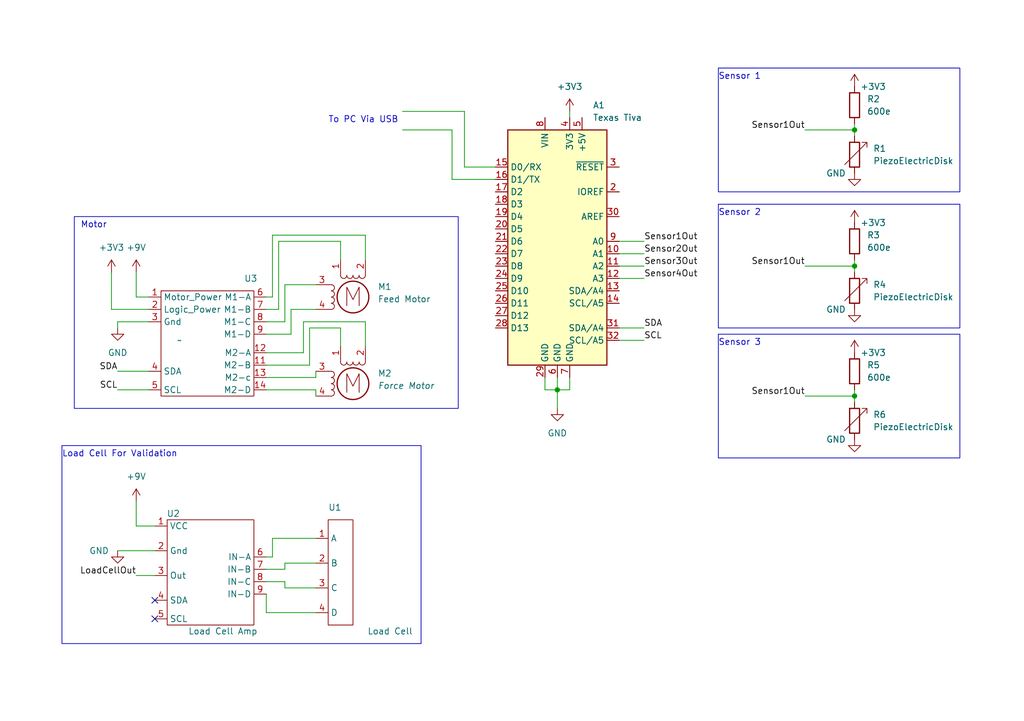
<source format=kicad_sch>
(kicad_sch (version 20230121) (generator eeschema)
  (paper "A5")
  (title_block (title "Test Setup") (company "Carnegie Mellon University") (comment 1 "Medical Robotics") (comment 2 "16879-A - Fall 2023") (comment 3 "Team B - ajinkyak, rithikan, abapat") (comment 4 "Multi-axial Soft Sensing for Force-Controlled Cardiac Ablation Catheters"))
  (lib_symbols
    (symbol "Device:R" (pin_numbers hide) (pin_names (offset 0))
      (property "Reference" "R" (at 2.032 0 90))
      (property "Value" "R" (at 0 0 90))
      (symbol "R_0_1"
        (rectangle (start -1.016 -2.54) (end 1.016 2.54) (stroke (width 0.254)))
      )
      (symbol "R_1_1"
        (pin passive line (at 0 3.81 270) (length 1.27) (name "~") (number "1"))
        (pin passive line (at 0 -3.81 90) (length 1.27) (name "~") (number "2"))
      )
    )
    (symbol "Device:R_Variable" (pin_numbers hide) (pin_names (offset 0))
      (property "Reference" "R" (at 2.54 -2.54 90))
      (property "Value" "R_Variable" (at -2.54 -1.27 90))
      (symbol "R_Variable_0_1"
        (rectangle (start -1.016 -2.54) (end 1.016 2.54) (stroke (width 0.254)))
        (polyline (pts (xy 2.54 1.524) (xy 2.54 2.54) (xy 1.524 2.54) (xy 2.54 2.54) (xy -2.032 -2.032)))
      )
      (symbol "R_Variable_1_1"
        (pin passive line (at 0 3.81 270) (length 1.27) (name "~") (number "1"))
        (pin passive line (at 0 -3.81 90) (length 1.27) (name "~") (number "2"))
      )
    )
    (symbol "MCU_Module:Arduino_UNO_R3"
      (property "Reference" "A" (at -10.16 23.495 0))
      (property "Value" "Arduino_UNO_R3" (at 5.08 -26.67 0))
      (symbol "Arduino_UNO_R3_0_1"
        (rectangle (start -10.16 22.86) (end 10.16 -25.4) (stroke (width 0.254)) (fill (type background)))
      )
      (symbol "Arduino_UNO_R3_1_1"
        (pin no_connect line (at -10.16 -20.32 0) (length 2.54) hide (name "NC") (number "1"))
        (pin bidirectional line (at 12.7 -2.54 180) (length 2.54) (name "A1") (number "10"))
        (pin bidirectional line (at 12.7 -5.08 180) (length 2.54) (name "A2") (number "11"))
        (pin bidirectional line (at 12.7 -7.62 180) (length 2.54) (name "A3") (number "12"))
        (pin bidirectional line (at 12.7 -10.16 180) (length 2.54) (name "SDA/A4") (number "13"))
        (pin bidirectional line (at 12.7 -12.7 180) (length 2.54) (name "SCL/A5") (number "14"))
        (pin bidirectional line (at -12.7 15.24 0) (length 2.54) (name "D0/RX") (number "15"))
        (pin bidirectional line (at -12.7 12.7 0) (length 2.54) (name "D1/TX") (number "16"))
        (pin bidirectional line (at -12.7 10.16 0) (length 2.54) (name "D2") (number "17"))
        (pin bidirectional line (at -12.7 7.62 0) (length 2.54) (name "D3") (number "18"))
        (pin bidirectional line (at -12.7 5.08 0) (length 2.54) (name "D4") (number "19"))
        (pin output line (at 12.7 10.16 180) (length 2.54) (name "IOREF") (number "2"))
        (pin bidirectional line (at -12.7 2.54 0) (length 2.54) (name "D5") (number "20"))
        (pin bidirectional line (at -12.7 0 0) (length 2.54) (name "D6") (number "21"))
        (pin bidirectional line (at -12.7 -2.54 0) (length 2.54) (name "D7") (number "22"))
        (pin bidirectional line (at -12.7 -5.08 0) (length 2.54) (name "D8") (number "23"))
        (pin bidirectional line (at -12.7 -7.62 0) (length 2.54) (name "D9") (number "24"))
        (pin bidirectional line (at -12.7 -10.16 0) (length 2.54) (name "D10") (number "25"))
        (pin bidirectional line (at -12.7 -12.7 0) (length 2.54) (name "D11") (number "26"))
        (pin bidirectional line (at -12.7 -15.24 0) (length 2.54) (name "D12") (number "27"))
        (pin bidirectional line (at -12.7 -17.78 0) (length 2.54) (name "D13") (number "28"))
        (pin power_in line (at -2.54 -27.94 90) (length 2.54) (name "GND") (number "29"))
        (pin input line (at 12.7 15.24 180) (length 2.54) (name "~{RESET}") (number "3"))
        (pin input line (at 12.7 5.08 180) (length 2.54) (name "AREF") (number "30"))
        (pin bidirectional line (at 12.7 -17.78 180) (length 2.54) (name "SDA/A4") (number "31"))
        (pin bidirectional line (at 12.7 -20.32 180) (length 2.54) (name "SCL/A5") (number "32"))
        (pin power_out line (at 2.54 25.4 270) (length 2.54) (name "3V3") (number "4"))
        (pin power_out line (at 5.08 25.4 270) (length 2.54) (name "+5V") (number "5"))
        (pin power_in line (at 0 -27.94 90) (length 2.54) (name "GND") (number "6"))
        (pin power_in line (at 2.54 -27.94 90) (length 2.54) (name "GND") (number "7"))
        (pin power_in line (at -2.54 25.4 270) (length 2.54) (name "VIN") (number "8"))
        (pin bidirectional line (at 12.7 0 180) (length 2.54) (name "A0") (number "9"))
      )
    )
    (symbol "Motor:Stepper_Motor_bipolar" (pin_names (offset 0) hide)
      (property "Reference" "M" (at 3.81 2.54 0))
      (property "Value" "Stepper_Motor_bipolar" (at 3.81 1.27 0))
      (symbol "Stepper_Motor_bipolar_0_0"
        (polyline (pts (xy -1.27 -1.778) (xy -1.27 2.032) (xy 0 -0.508) (xy 1.27 2.032) (xy 1.27 -1.778)))
      )
      (symbol "Stepper_Motor_bipolar_0_1"
        (arc (start -4.445 -2.54) (mid -3.8127 -1.905) (end -4.445 -1.27))
        (arc (start -4.445 -1.27) (mid -3.8127 -0.635) (end -4.445 0))
        (arc (start -4.445 0) (mid -3.8127 0.635) (end -4.445 1.27))
        (arc (start -4.445 1.27) (mid -3.8127 1.905) (end -4.445 2.54))
        (arc (start -2.54 4.445) (mid -1.905 3.8127) (end -1.27 4.445))
        (arc (start -1.27 4.445) (mid -0.635 3.8127) (end 0 4.445))
        (polyline (pts (xy -5.08 -2.54) (xy -4.445 -2.54)))
        (polyline (pts (xy -5.08 2.54) (xy -4.445 2.54)))
        (polyline (pts (xy -2.54 5.08) (xy -2.54 4.445)))
        (polyline (pts (xy 2.54 5.08) (xy 2.54 4.445)))
        (circle (center 0 0) (radius 3.2512) (stroke (width 0.254)))
        (arc (start 0 4.445) (mid 0.635 3.8127) (end 1.27 4.445))
        (arc (start 1.27 4.445) (mid 1.905 3.8127) (end 2.54 4.445))
      )
      (symbol "Stepper_Motor_bipolar_1_1"
        (pin passive line (at -2.54 7.62 270) (length 2.54) (name "~") (number "1"))
        (pin passive line (at 2.54 7.62 270) (length 2.54) (name "-") (number "2"))
        (pin passive line (at -7.62 2.54 0) (length 2.54) (name "~") (number "3"))
        (pin passive line (at -7.62 -2.54 0) (length 2.54) (name "~") (number "4"))
      )
    )
    (symbol "power:+3V3" (power) (pin_names (offset 0))
      (property "Value" "+3V3" (at 0 3.556 0))
      (symbol "+3V3_0_1"
        (polyline (pts (xy -0.762 1.27) (xy 0 2.54)))
        (polyline (pts (xy 0 0) (xy 0 2.54)))
        (polyline (pts (xy 0 2.54) (xy 0.762 1.27)))
      )
      (symbol "+3V3_1_1"
        (pin power_in line (at 0 0 90) (length 0) hide (name "+3V3") (number "1"))
      )
    )
    (symbol "power:+9V" (power) (pin_names (offset 0))
      (property "Value" "+9V" (at 0 3.556 0))
      (symbol "+9V_0_1"
        (polyline (pts (xy -0.762 1.27) (xy 0 2.54)))
        (polyline (pts (xy 0 0) (xy 0 2.54)))
        (polyline (pts (xy 0 2.54) (xy 0.762 1.27)))
      )
      (symbol "+9V_1_1"
        (pin power_in line (at 0 0 90) (length 0) hide (name "+9V") (number "1"))
      )
    )
    (symbol "power:GND" (power) (pin_names (offset 0))
      (property "Value" "GND" (at 0 -3.81 0))
      (symbol "GND_0_1"
        (polyline (pts (xy 0 0) (xy 0 -1.27) (xy 1.27 -1.27) (xy 0 -2.54) (xy -1.27 -1.27) (xy 0 -1.27)))
      )
      (symbol "GND_1_1"
        (pin power_in line (at 0 0 270) (length 0) hide (name "GND") (number "1"))
      )
    )
    (symbol "surgical:Adafruit-MotorShield"
      (property "Reference" "U3" (at 0.635 13.97 0))
      (property "Value" "~" (at -13.97 1.27 0))
      (symbol "Adafruit-MotorShield_0_1"
        (rectangle (start -17.78 11.43) (end 1.27 -10.16))
      )
      (symbol "Adafruit-MotorShield_1_1"
        (pin input line (at -20.32 10.16 0) (length 2.54) (name "Motor_Power") (number "1"))
        (pin input line (at 3.81 -3.81 180) (length 2.54) (name "M2-B") (number "11"))
        (pin input line (at 3.81 -1.27 180) (length 2.54) (name "M2-A") (number "12"))
        (pin input line (at 3.81 -6.35 180) (length 2.54) (name "M2-c") (number "13"))
        (pin input line (at 3.81 -8.89 180) (length 2.54) (name "M2-D") (number "14"))
        (pin input line (at -20.32 7.62 0) (length 2.54) (name "Logic_Power") (number "2"))
        (pin input line (at -20.32 5.08 0) (length 2.54) (name "Gnd") (number "3"))
        (pin input line (at -20.32 -5.08 0) (length 2.54) (name "SDA") (number "4"))
        (pin input line (at -20.32 -8.89 0) (length 2.54) (name "SCL") (number "5"))
        (pin input line (at 3.81 10.16 180) (length 2.54) (name "M1-A") (number "6"))
        (pin input line (at 3.81 7.62 180) (length 2.54) (name "M1-B") (number "7"))
        (pin input line (at 3.81 5.08 180) (length 2.54) (name "M1-C") (number "8"))
        (pin input line (at 3.81 2.54 180) (length 2.54) (name "M1-D") (number "9"))
      )
    )
    (symbol "surgical:Load_Cell"
      (property "Reference" "U1" (at -8.89 13.97 0))
      (property "Value" "Load Cell" (at 3.81 -11.43 0))
      (symbol "Load_Cell_0_1"
        (rectangle (start -8.89 11.43) (end -3.81 -10.16))
      )
      (symbol "Load_Cell_1_1"
        (pin input line (at -11.43 7.62 0) (length 2.54) (name "A") (number "1"))
        (pin input line (at -11.43 2.54 0) (length 2.54) (name "B") (number "2"))
        (pin input line (at -11.43 -2.54 0) (length 2.54) (name "C") (number "3"))
        (pin input line (at -11.43 -7.62 0) (length 2.54) (name "D") (number "4"))
      )
    )
    (symbol "surgical:Load_Cell_Amp"
      (property "Reference" "U2" (at 0.635 13.97 0))
      (property "Value" "~" (at 8.89 0 0))
      (symbol "Load_Cell_Amp_0_1"
        (rectangle (start -8.89 11.43) (end 8.89 -10.16))
      )
      (symbol "Load_Cell_Amp_1_1"
        (pin input line (at -11.43 10.16 0) (length 2.54) (name "VCC") (number "1"))
        (pin input line (at -11.43 5.08 0) (length 2.54) (name "Gnd") (number "2"))
        (pin input line (at -11.43 0 0) (length 2.54) (name "Out") (number "3"))
        (pin input line (at -11.43 -5.08 0) (length 2.54) (name "SDA") (number "4"))
        (pin input line (at -11.43 -8.89 0) (length 2.54) (name "SCL") (number "5"))
        (pin input line (at 11.43 3.81 180) (length 2.54) (name "IN-A") (number "6"))
        (pin input line (at 11.43 1.27 180) (length 2.54) (name "IN-B") (number "7"))
        (pin input line (at 11.43 -1.27 180) (length 2.54) (name "IN-C") (number "8"))
        (pin input line (at 11.43 -3.81 180) (length 2.54) (name "IN-D") (number "9"))
      )
    )
  )
  (junction (at 175.26 54.61))
  (junction (at 175.26 81.28))
  (junction (at 114.3 80.01))
  (junction (at 175.26 26.67))
  (no_connect (at 31.75 127))
  (no_connect (at 31.75 123.19))
  (wire (pts (xy 58.42 119.38) (xy 58.42 120.65)))
  (wire (pts (xy 24.13 66.04) (xy 30.48 66.04)))
  (wire (pts (xy 59.69 68.58) (xy 59.69 63.5)))
  (wire (pts (xy 165.1 54.61) (xy 175.26 54.61)))
  (wire (pts (xy 58.42 58.42) (xy 64.77 58.42)))
  (wire (pts (xy 165.1 81.28) (xy 175.26 81.28)))
  (wire (pts (xy 54.61 121.92) (xy 54.61 125.73)))
  (wire (pts (xy 111.76 80.01) (xy 111.76 77.47)))
  (wire (pts (xy 55.88 110.49) (xy 64.77 110.49)))
  (wire (pts (xy 101.6 36.83) (xy 92.71 36.83)))
  (wire (pts (xy 175.26 54.61) (xy 175.26 55.88)))
  (wire (pts (xy 127 67.31) (xy 132.08 67.31)))
  (wire (pts (xy 54.61 77.47) (xy 64.77 77.47)))
  (wire (pts (xy 82.55 22.86) (xy 95.25 22.86)))
  (wire (pts (xy 54.61 66.04) (xy 58.42 66.04)))
  (wire (pts (xy 24.13 76.2) (xy 30.48 76.2)))
  (wire (pts (xy 95.25 34.29) (xy 95.25 22.86)))
  (wire (pts (xy 69.85 67.31) (xy 69.85 71.12)))
  (wire (pts (xy 54.61 68.58) (xy 59.69 68.58)))
  (wire (pts (xy 54.61 72.39) (xy 62.23 72.39)))
  (wire (pts (xy 127 54.61) (xy 132.08 54.61)))
  (wire (pts (xy 54.61 114.3) (xy 55.88 114.3)))
  (wire (pts (xy 54.61 63.5) (xy 57.15 63.5)))
  (wire (pts (xy 58.42 115.57) (xy 64.77 115.57)))
  (wire (pts (xy 31.75 113.03) (xy 24.13 113.03)))
  (wire (pts (xy 57.15 49.53) (xy 69.85 49.53)))
  (wire (pts (xy 114.3 80.01) (xy 114.3 83.82)))
  (wire (pts (xy 62.23 72.39) (xy 62.23 66.04)))
  (wire (pts (xy 58.42 120.65) (xy 64.77 120.65)))
  (wire (pts (xy 114.3 77.47) (xy 114.3 80.01)))
  (wire (pts (xy 27.94 118.11) (xy 31.75 118.11)))
  (wire (pts (xy 175.26 81.28) (xy 175.26 82.55)))
  (wire (pts (xy 116.84 22.86) (xy 116.84 24.13)))
  (wire (pts (xy 114.3 80.01) (xy 111.76 80.01)))
  (wire (pts (xy 127 52.07) (xy 132.08 52.07)))
  (wire (pts (xy 74.93 66.04) (xy 74.93 71.12)))
  (wire (pts (xy 31.75 107.95) (xy 27.94 107.95)))
  (wire (pts (xy 116.84 77.47) (xy 116.84 80.01)))
  (wire (pts (xy 127 57.15) (xy 132.08 57.15)))
  (wire (pts (xy 27.94 102.87) (xy 27.94 107.95)))
  (wire (pts (xy 63.5 74.93) (xy 63.5 67.31)))
  (wire (pts (xy 24.13 67.31) (xy 24.13 66.04)))
  (wire (pts (xy 63.5 67.31) (xy 69.85 67.31)))
  (wire (pts (xy 82.55 26.67) (xy 92.71 26.67)))
  (wire (pts (xy 58.42 66.04) (xy 58.42 58.42)))
  (wire (pts (xy 127 69.85) (xy 132.08 69.85)))
  (wire (pts (xy 101.6 34.29) (xy 95.25 34.29)))
  (wire (pts (xy 116.84 80.01) (xy 114.3 80.01)))
  (wire (pts (xy 74.93 48.26) (xy 74.93 53.34)))
  (wire (pts (xy 175.26 80.01) (xy 175.26 81.28)))
  (wire (pts (xy 24.13 80.01) (xy 30.48 80.01)))
  (wire (pts (xy 54.61 74.93) (xy 63.5 74.93)))
  (wire (pts (xy 30.48 63.5) (xy 22.86 63.5)))
  (wire (pts (xy 54.61 125.73) (xy 64.77 125.73)))
  (wire (pts (xy 55.88 60.96) (xy 55.88 48.26)))
  (wire (pts (xy 165.1 26.67) (xy 175.26 26.67)))
  (wire (pts (xy 58.42 116.84) (xy 58.42 115.57)))
  (wire (pts (xy 22.86 63.5) (xy 22.86 55.88)))
  (wire (pts (xy 62.23 66.04) (xy 74.93 66.04)))
  (wire (pts (xy 54.61 80.01) (xy 64.77 80.01)))
  (wire (pts (xy 175.26 26.67) (xy 175.26 27.94)))
  (wire (pts (xy 127 49.53) (xy 132.08 49.53)))
  (wire (pts (xy 92.71 36.83) (xy 92.71 26.67)))
  (wire (pts (xy 175.26 53.34) (xy 175.26 54.61)))
  (wire (pts (xy 27.94 55.88) (xy 27.94 60.96)))
  (wire (pts (xy 54.61 119.38) (xy 58.42 119.38)))
  (wire (pts (xy 175.26 25.4) (xy 175.26 26.67)))
  (wire (pts (xy 27.94 60.96) (xy 30.48 60.96)))
  (wire (pts (xy 55.88 48.26) (xy 74.93 48.26)))
  (wire (pts (xy 57.15 63.5) (xy 57.15 49.53)))
  (wire (pts (xy 54.61 60.96) (xy 55.88 60.96)))
  (wire (pts (xy 55.88 114.3) (xy 55.88 110.49)))
  (wire (pts (xy 59.69 63.5) (xy 64.77 63.5)))
  (wire (pts (xy 54.61 116.84) (xy 58.42 116.84)))
  (wire (pts (xy 64.77 80.01) (xy 64.77 81.28)))
  (wire (pts (xy 64.77 77.47) (xy 64.77 76.2)))
  (wire (pts (xy 69.85 49.53) (xy 69.85 53.34)))
  (rectangle (start 15.24 44.45) (end 93.98 83.82))
  (rectangle (start 147.32 13.97) (end 196.85 39.37))
  (rectangle (start 12.7 91.44) (end 86.36 132.08))
  (rectangle (start 147.32 68.58) (end 196.85 93.98))
  (rectangle (start 147.32 41.91) (end 196.85 67.31))
  (text "Motor" (at 16.51 46.99 0) (effects (font (size 1.27 1.27)) (justify left bottom)))
  (text "Sensor 3" (at 147.32 71.12 0) (effects (font (size 1.27 1.27)) (justify left bottom)))
  (text "To PC Via USB\n" (at 67.31 25.4 0) (effects (font (size 1.27 1.27)) (justify left bottom)))
  (text "Sensor 2" (at 147.32 44.45 0) (effects (font (size 1.27 1.27)) (justify left bottom)))
  (text "Load Cell For Validation" (at 12.7 93.98 0) (effects (font (size 1.27 1.27)) (justify left bottom)))
  (text "Sensor 1" (at 147.32 16.51 0) (effects (font (size 1.27 1.27)) (justify left bottom)))
  (label "Sensor1Out" (at 165.1 54.61 180))
  (label "SDA" (at 24.13 76.2 180))
  (label "Sensor4Out" (at 132.08 57.15 0))
  (label "Sensor3Out" (at 132.08 54.61 0))
  (label "LoadCellOut" (at 27.94 118.11 180))
  (label "Sensor2Out" (at 132.08 52.07 0))
  (label "Sensor1Out" (at 165.1 26.67 180))
  (label "Sensor1Out" (at 132.08 49.53 0))
  (label "SCL" (at 24.13 80.01 180))
  (label "SCL" (at 132.08 69.85 0))
  (label "SDA" (at 132.08 67.31 0))
  (label "Sensor1Out" (at 165.1 81.28 180))
  (symbol (lib_id "power:+3V3") (at 175.26 45.72 0) (unit 1)
    (property "Reference" "#PWR07" (effects hide))
    (property "Value" "+3V3" (at 179.07 45.72 0))
  )
  (symbol (lib_id "surgical:Adafruit-MotorShield") (at 50.8 71.12 0) (unit 1)
    (property "Reference" "U3" (at 51.435 57.15 0))
    (property "Value" "~" (at 36.83 69.85 0))
  )
  (symbol (lib_id "power:+3V3") (at 175.26 72.39 0) (unit 1)
    (property "Reference" "#PWR09" (effects hide))
    (property "Value" "+3V3" (at 179.07 72.39 0))
  )
  (symbol (lib_id "power:+3V3") (at 116.84 22.86 0) (unit 1)
    (property "Reference" "#PWR04" (effects hide))
    (property "Value" "+3V3" (at 116.84 17.78 0))
  )
  (symbol (lib_id "surgical:Load_Cell") (at 76.2 118.11 0) (unit 1)
    (property "Reference" "U1" (at 67.31 104.14 0) (effects (justify left)))
    (property "Value" "Load Cell" (at 80.01 129.54 0))
  )
  (symbol (lib_id "power:GND") (at 175.26 90.17 0) (unit 1)
    (property "Reference" "#PWR010" (effects hide))
    (property "Value" "GND" (at 171.45 90.17 0))
  )
  (symbol (lib_id "surgical:Load_Cell_Amp") (at 43.18 118.11 0) (unit 1)
    (property "Reference" "U2" (at 35.56 105.41 0))
    (property "Value" "Load Cell Amp" (at 45.72 129.54 0))
  )
  (symbol (lib_id "power:GND") (at 24.13 113.03 0) (unit 1)
    (property "Reference" "#PWR02" (effects hide))
    (property "Value" "GND" (at 20.32 113.03 0))
  )
  (symbol (lib_id "Device:R_Variable") (at 175.26 31.75 0) (unit 1)
    (property "Reference" "R1" (at 179.07 30.48 0) (effects (justify left)))
    (property "Value" "PiezoElectricDisk" (at 179.07 33.02 0) (effects (justify left)))
  )
  (symbol (lib_id "MCU_Module:Arduino_UNO_R3") (at 114.3 49.53 0) (unit 1)
    (property "Reference" "A1" (at 121.5741 21.59 0) (effects (justify left)))
    (property "Value" "Texas Tiva" (at 121.5741 24.13 0) (effects (justify left)))
    (property "Footprint" "Module:Arduino_UNO_R3" (effects hide))
    (property "Datasheet" "https://www.arduino.cc/en/Main/arduinoBoardUno" (effects hide))
  )
  (symbol (lib_id "Device:R") (at 175.26 21.59 0) (unit 1)
    (property "Reference" "R2" (at 177.8 20.32 0) (effects (justify left)))
    (property "Value" "600e" (at 177.8 22.86 0) (effects (justify left)))
  )
  (symbol (lib_id "Device:R_Variable") (at 175.26 86.36 0) (unit 1)
    (property "Reference" "R6" (at 179.07 85.09 0) (effects (justify left)))
    (property "Value" "PiezoElectricDisk" (at 179.07 87.63 0) (effects (justify left)))
  )
  (symbol (lib_id "Device:R") (at 175.26 76.2 0) (unit 1)
    (property "Reference" "R5" (at 177.8 74.93 0) (effects (justify left)))
    (property "Value" "600e" (at 177.8 77.47 0) (effects (justify left)))
  )
  (symbol (lib_id "Device:R") (at 175.26 49.53 0) (unit 1)
    (property "Reference" "R3" (at 177.8 48.26 0) (effects (justify left)))
    (property "Value" "600e" (at 177.8 50.8 0) (effects (justify left)))
  )
  (symbol (lib_id "Motor:Stepper_Motor_bipolar") (at 72.39 78.74 0) (unit 1)
    (property "Reference" "M2" (at 77.47 76.6191 0) (effects (justify left)))
    (property "Value" "Force Motor" (at 77.47 79.1591 0) (effects (font italic) (justify left)))
    (property "Datasheet" "http://www.infineon.com/dgdl/Application-Note-TLE8110EE_driving_UniPolarStepperMotor_V1.1.pdf?fileId=db3a30431be39b97011be5d0aa0a00b0" (effects hide))
  )
  (symbol (lib_id "power:+9V") (at 27.94 102.87 0) (unit 1)
    (property "Reference" "#PWR01" (effects hide))
    (property "Value" "+9V" (at 27.94 97.79 0))
  )
  (symbol (lib_id "power:+3V3") (at 22.86 55.88 0) (unit 1)
    (property "Reference" "#PWR012" (effects hide))
    (property "Value" "+3V3" (at 22.86 50.8 0))
  )
  (symbol (lib_id "Motor:Stepper_Motor_bipolar") (at 72.39 60.96 0) (unit 1)
    (property "Reference" "M1" (at 77.47 58.8391 0) (effects (justify left)))
    (property "Value" "Feed Motor" (at 77.47 61.3791 0) (effects (justify left)))
    (property "Datasheet" "http://www.infineon.com/dgdl/Application-Note-TLE8110EE_driving_UniPolarStepperMotor_V1.1.pdf?fileId=db3a30431be39b97011be5d0aa0a00b0" (effects hide))
  )
  (symbol (lib_id "Device:R_Variable") (at 175.26 59.69 0) (unit 1)
    (property "Reference" "R4" (at 179.07 58.42 0) (effects (justify left)))
    (property "Value" "PiezoElectricDisk" (at 179.07 60.96 0) (effects (justify left)))
  )
  (symbol (lib_id "power:GND") (at 175.26 35.56 0) (unit 1)
    (property "Reference" "#PWR05" (effects hide))
    (property "Value" "GND" (at 171.45 35.56 0))
  )
  (symbol (lib_id "power:GND") (at 24.13 67.31 0) (unit 1)
    (property "Reference" "#PWR013" (effects hide))
    (property "Value" "GND" (at 24.13 72.39 0))
  )
  (symbol (lib_id "power:GND") (at 175.26 63.5 0) (unit 1)
    (property "Reference" "#PWR08" (effects hide))
    (property "Value" "GND" (at 171.45 63.5 0))
  )
  (symbol (lib_id "power:+9V") (at 27.94 55.88 0) (unit 1)
    (property "Reference" "#PWR011" (effects hide))
    (property "Value" "+9V" (at 27.94 50.8 0))
  )
  (symbol (lib_id "power:GND") (at 114.3 83.82 0) (unit 1)
    (property "Reference" "#PWR03" (effects hide))
    (property "Value" "GND" (at 114.3 88.9 0))
  )
  (symbol (lib_id "power:+3V3") (at 175.26 17.78 0) (unit 1)
    (property "Reference" "#PWR06" (effects hide))
    (property "Value" "+3V3" (at 179.07 17.78 0))
  )
)
</source>
